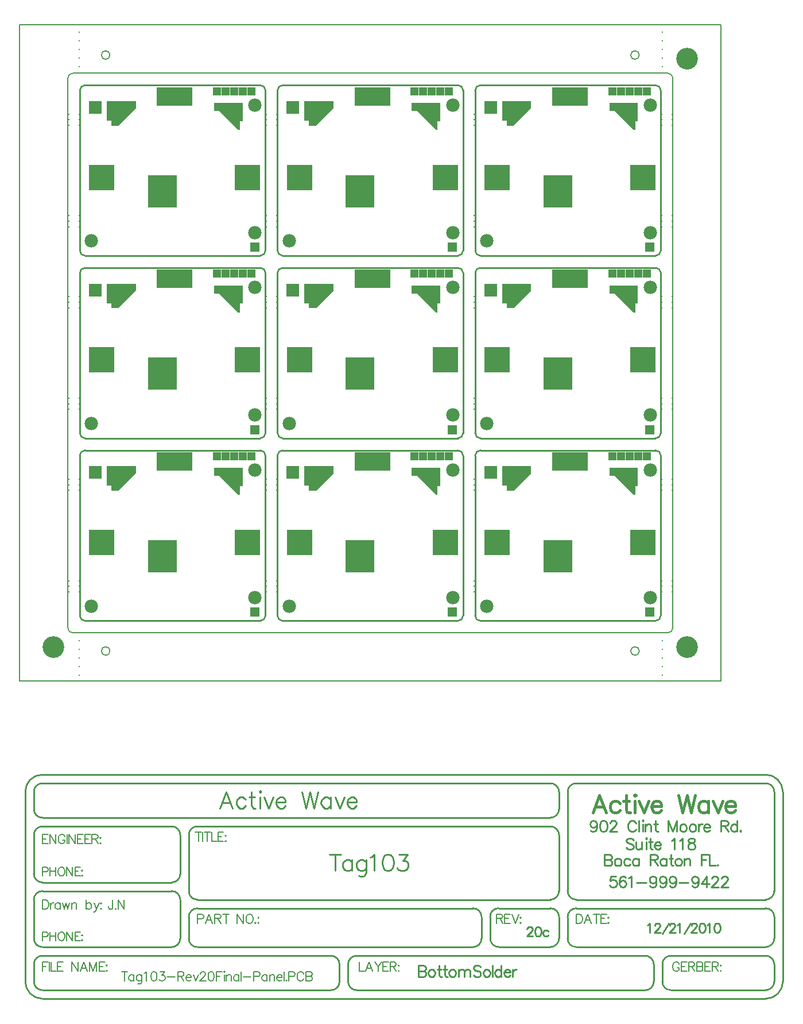
<source format=gbs>
%FSLAX24Y24*%
%MOIN*%
G70*
G01*
G75*
G04 Layer_Color=48896*
%ADD10C,0.0500*%
%ADD11C,0.0100*%
%ADD12C,0.0150*%
%ADD13R,0.0300X0.0300*%
%ADD14R,0.0740X0.0450*%
%ADD15R,0.0300X0.0300*%
%ADD16O,0.0240X0.0800*%
%ADD17R,0.0360X0.0500*%
%ADD18R,0.0360X0.0360*%
%ADD19R,0.0236X0.1000*%
%ADD20R,0.0236X0.0900*%
%ADD21R,0.0700X0.0236*%
%ADD22R,0.0900X0.0236*%
%ADD23O,0.0160X0.0600*%
%ADD24R,0.0138X0.0354*%
%ADD25R,0.0138X0.0354*%
%ADD26R,0.0236X0.0236*%
%ADD27O,0.0160X0.0600*%
%ADD28R,0.0200X0.0500*%
%ADD29R,0.0748X0.0433*%
%ADD30C,0.0120*%
%ADD31C,0.0080*%
%ADD32C,0.0250*%
%ADD33C,0.0200*%
%ADD34C,0.0120*%
%ADD35C,0.0160*%
%ADD36C,0.0140*%
%ADD37C,0.0260*%
%ADD38C,0.0060*%
%ADD39C,0.0050*%
%ADD40C,0.0090*%
%ADD41C,0.1180*%
%ADD42C,0.0700*%
%ADD43R,0.0500X0.0500*%
%ADD44R,0.0394X0.0433*%
%ADD45C,0.0650*%
%ADD46C,0.0200*%
%ADD47R,0.1398X0.1398*%
%ADD48R,0.2000X0.1000*%
%ADD49R,0.1600X0.1800*%
%ADD50C,0.0300*%
%ADD51R,0.0650X0.0650*%
%ADD52C,0.0098*%
%ADD53R,0.2730X0.0180*%
%ADD54C,0.1800*%
%ADD55R,0.0380X0.0380*%
%ADD56R,0.0820X0.0530*%
%ADD57R,0.0380X0.0380*%
%ADD58O,0.0320X0.0880*%
%ADD59R,0.0440X0.0580*%
%ADD60R,0.0440X0.0440*%
%ADD61R,0.0316X0.1080*%
%ADD62R,0.0316X0.0980*%
%ADD63R,0.0780X0.0316*%
%ADD64R,0.0980X0.0316*%
%ADD65O,0.0240X0.0680*%
%ADD66R,0.0218X0.0434*%
%ADD67R,0.0218X0.0434*%
%ADD68R,0.0316X0.0316*%
%ADD69O,0.0240X0.0680*%
%ADD70R,0.0280X0.0580*%
%ADD71R,0.0828X0.0513*%
%ADD72C,0.0580*%
%ADD73C,0.0080*%
%ADD74C,0.1260*%
%ADD75C,0.0780*%
%ADD76R,0.0580X0.0580*%
%ADD77R,0.0474X0.0513*%
%ADD78C,0.0730*%
%ADD79R,0.1478X0.1478*%
%ADD80C,0.0280*%
%ADD81R,0.2080X0.1080*%
%ADD82R,0.1680X0.1880*%
%ADD83R,0.0730X0.0730*%
G36*
X8779Y6950D02*
X8619D01*
Y6440D01*
X8539D01*
X7439Y7540D01*
X7129D01*
Y8010D01*
X8779D01*
Y6950D01*
D02*
G37*
G36*
X2579Y7700D02*
X1569Y6690D01*
X1159D01*
Y6980D01*
X889D01*
Y8110D01*
X2579D01*
Y7700D01*
D02*
G37*
G36*
X20259Y6950D02*
X20099D01*
Y6440D01*
X20019D01*
X18919Y7540D01*
X18609D01*
Y8010D01*
X20259D01*
Y6950D01*
D02*
G37*
G36*
X14059Y7700D02*
X13049Y6690D01*
X12639D01*
Y6980D01*
X12369D01*
Y8110D01*
X14059D01*
Y7700D01*
D02*
G37*
G36*
X31739Y6950D02*
X31579D01*
Y6440D01*
X31499D01*
X30399Y7540D01*
X30089D01*
Y8010D01*
X31739D01*
Y6950D01*
D02*
G37*
G36*
X25539Y7700D02*
X24529Y6690D01*
X24119D01*
Y6980D01*
X23849D01*
Y8110D01*
X25539D01*
Y7700D01*
D02*
G37*
G36*
X8779Y17540D02*
X8619D01*
Y17030D01*
X8539D01*
X7439Y18130D01*
X7129D01*
Y18600D01*
X8779D01*
Y17540D01*
D02*
G37*
G36*
X2579Y18290D02*
X1569Y17280D01*
X1159D01*
Y17570D01*
X889D01*
Y18700D01*
X2579D01*
Y18290D01*
D02*
G37*
G36*
X20259Y17540D02*
X20099D01*
Y17030D01*
X20019D01*
X18919Y18130D01*
X18609D01*
Y18600D01*
X20259D01*
Y17540D01*
D02*
G37*
G36*
X14059Y18290D02*
X13049Y17280D01*
X12639D01*
Y17570D01*
X12369D01*
Y18700D01*
X14059D01*
Y18290D01*
D02*
G37*
G36*
X31739Y17540D02*
X31579D01*
Y17030D01*
X31499D01*
X30399Y18130D01*
X30089D01*
Y18600D01*
X31739D01*
Y17540D01*
D02*
G37*
G36*
X25539Y18290D02*
X24529Y17280D01*
X24119D01*
Y17570D01*
X23849D01*
Y18700D01*
X25539D01*
Y18290D01*
D02*
G37*
G36*
X8779Y28130D02*
X8619D01*
Y27620D01*
X8539D01*
X7439Y28720D01*
X7129D01*
Y29190D01*
X8779D01*
Y28130D01*
D02*
G37*
G36*
X2579Y28880D02*
X1569Y27870D01*
X1159D01*
Y28160D01*
X889D01*
Y29290D01*
X2579D01*
Y28880D01*
D02*
G37*
G36*
X20259Y28130D02*
X20099D01*
Y27620D01*
X20019D01*
X18919Y28720D01*
X18609D01*
Y29190D01*
X20259D01*
Y28130D01*
D02*
G37*
G36*
X14059Y28880D02*
X13049Y27870D01*
X12639D01*
Y28160D01*
X12369D01*
Y29290D01*
X14059D01*
Y28880D01*
D02*
G37*
G36*
X31739Y28130D02*
X31579D01*
Y27620D01*
X31499D01*
X30399Y28720D01*
X30089D01*
Y29190D01*
X31739D01*
Y28130D01*
D02*
G37*
G36*
X25539Y28880D02*
X24529Y27870D01*
X24119D01*
Y28160D01*
X23849D01*
Y29290D01*
X25539D01*
Y28880D01*
D02*
G37*
D11*
X19000Y-20860D02*
Y-21500D01*
Y-20860D02*
X19274D01*
X19366Y-20891D01*
X19396Y-20921D01*
X19427Y-20982D01*
Y-21043D01*
X19396Y-21104D01*
X19366Y-21134D01*
X19274Y-21165D01*
X19000D02*
X19274D01*
X19366Y-21195D01*
X19396Y-21226D01*
X19427Y-21287D01*
Y-21378D01*
X19396Y-21439D01*
X19366Y-21470D01*
X19274Y-21500D01*
X19000D01*
X19722Y-21073D02*
X19661Y-21104D01*
X19600Y-21165D01*
X19570Y-21256D01*
Y-21317D01*
X19600Y-21409D01*
X19661Y-21470D01*
X19722Y-21500D01*
X19814D01*
X19874Y-21470D01*
X19935Y-21409D01*
X19966Y-21317D01*
Y-21256D01*
X19935Y-21165D01*
X19874Y-21104D01*
X19814Y-21073D01*
X19722D01*
X20197Y-20860D02*
Y-21378D01*
X20228Y-21470D01*
X20289Y-21500D01*
X20350D01*
X20106Y-21073D02*
X20319D01*
X20533Y-20860D02*
Y-21378D01*
X20563Y-21470D01*
X20624Y-21500D01*
X20685D01*
X20441Y-21073D02*
X20654D01*
X20929D02*
X20868Y-21104D01*
X20807Y-21165D01*
X20776Y-21256D01*
Y-21317D01*
X20807Y-21409D01*
X20868Y-21470D01*
X20929Y-21500D01*
X21020D01*
X21081Y-21470D01*
X21142Y-21409D01*
X21172Y-21317D01*
Y-21256D01*
X21142Y-21165D01*
X21081Y-21104D01*
X21020Y-21073D01*
X20929D01*
X21313D02*
Y-21500D01*
Y-21195D02*
X21404Y-21104D01*
X21465Y-21073D01*
X21556D01*
X21617Y-21104D01*
X21648Y-21195D01*
Y-21500D01*
Y-21195D02*
X21739Y-21104D01*
X21800Y-21073D01*
X21892D01*
X21953Y-21104D01*
X21983Y-21195D01*
Y-21500D01*
X22611Y-20952D02*
X22550Y-20891D01*
X22458Y-20860D01*
X22336D01*
X22245Y-20891D01*
X22184Y-20952D01*
Y-21012D01*
X22215Y-21073D01*
X22245Y-21104D01*
X22306Y-21134D01*
X22489Y-21195D01*
X22550Y-21226D01*
X22580Y-21256D01*
X22611Y-21317D01*
Y-21409D01*
X22550Y-21470D01*
X22458Y-21500D01*
X22336D01*
X22245Y-21470D01*
X22184Y-21409D01*
X22906Y-21073D02*
X22845Y-21104D01*
X22784Y-21165D01*
X22754Y-21256D01*
Y-21317D01*
X22784Y-21409D01*
X22845Y-21470D01*
X22906Y-21500D01*
X22998D01*
X23059Y-21470D01*
X23119Y-21409D01*
X23150Y-21317D01*
Y-21256D01*
X23119Y-21165D01*
X23059Y-21104D01*
X22998Y-21073D01*
X22906D01*
X23290Y-20860D02*
Y-21500D01*
X23790Y-20860D02*
Y-21500D01*
Y-21165D02*
X23729Y-21104D01*
X23668Y-21073D01*
X23577D01*
X23516Y-21104D01*
X23455Y-21165D01*
X23424Y-21256D01*
Y-21317D01*
X23455Y-21409D01*
X23516Y-21470D01*
X23577Y-21500D01*
X23668D01*
X23729Y-21470D01*
X23790Y-21409D01*
X23960Y-21256D02*
X24326D01*
Y-21195D01*
X24296Y-21134D01*
X24265Y-21104D01*
X24204Y-21073D01*
X24113D01*
X24052Y-21104D01*
X23991Y-21165D01*
X23960Y-21256D01*
Y-21317D01*
X23991Y-21409D01*
X24052Y-21470D01*
X24113Y-21500D01*
X24204D01*
X24265Y-21470D01*
X24326Y-21409D01*
X24463Y-21073D02*
Y-21500D01*
Y-21256D02*
X24494Y-21165D01*
X24555Y-21104D01*
X24616Y-21073D01*
X24707D01*
X-370Y9030D02*
G03*
X-670Y8730I0J-300D01*
G01*
X10110D02*
G03*
X9810Y9030I-300J0D01*
G01*
Y-860D02*
G03*
X10110Y-560I0J300D01*
G01*
X-670D02*
G03*
X-370Y-860I300J0D01*
G01*
X-670Y-560D02*
Y8730D01*
X-370Y9030D02*
X9810D01*
X10110Y-560D02*
Y8730D01*
X-370Y-860D02*
X9810D01*
X11110Y9030D02*
G03*
X10810Y8730I0J-300D01*
G01*
X21590D02*
G03*
X21290Y9030I-300J0D01*
G01*
Y-860D02*
G03*
X21590Y-560I0J300D01*
G01*
X10810D02*
G03*
X11110Y-860I300J0D01*
G01*
X10810Y-560D02*
Y8730D01*
X11110Y9030D02*
X21290D01*
X21590Y-560D02*
Y8730D01*
X11110Y-860D02*
X21290D01*
X22590Y9030D02*
G03*
X22290Y8730I0J-300D01*
G01*
X33070D02*
G03*
X32770Y9030I-300J0D01*
G01*
Y-860D02*
G03*
X33070Y-560I0J300D01*
G01*
X22290D02*
G03*
X22590Y-860I300J0D01*
G01*
X22290Y-560D02*
Y8730D01*
X22590Y9030D02*
X32770D01*
X33070Y-560D02*
Y8730D01*
X22590Y-860D02*
X32770D01*
X-370Y19620D02*
G03*
X-670Y19320I0J-300D01*
G01*
X10110D02*
G03*
X9810Y19620I-300J0D01*
G01*
Y9730D02*
G03*
X10110Y10030I0J300D01*
G01*
X-670D02*
G03*
X-370Y9730I300J0D01*
G01*
X-670Y10030D02*
Y19320D01*
X-370Y19620D02*
X9810D01*
X10110Y10030D02*
Y19320D01*
X-370Y9730D02*
X9810D01*
X11110Y19620D02*
G03*
X10810Y19320I0J-300D01*
G01*
X21590D02*
G03*
X21290Y19620I-300J0D01*
G01*
Y9730D02*
G03*
X21590Y10030I0J300D01*
G01*
X10810D02*
G03*
X11110Y9730I300J0D01*
G01*
X10810Y10030D02*
Y19320D01*
X11110Y19620D02*
X21290D01*
X21590Y10030D02*
Y19320D01*
X11110Y9730D02*
X21290D01*
X22590Y19620D02*
G03*
X22290Y19320I0J-300D01*
G01*
X33070D02*
G03*
X32770Y19620I-300J0D01*
G01*
Y9730D02*
G03*
X33070Y10030I0J300D01*
G01*
X22290D02*
G03*
X22590Y9730I300J0D01*
G01*
X22290Y10030D02*
Y19320D01*
X22590Y19620D02*
X32770D01*
X33070Y10030D02*
Y19320D01*
X22590Y9730D02*
X32770D01*
X-370Y30210D02*
G03*
X-670Y29910I0J-300D01*
G01*
X10110D02*
G03*
X9810Y30210I-300J0D01*
G01*
Y20320D02*
G03*
X10110Y20620I0J300D01*
G01*
X-670D02*
G03*
X-370Y20320I300J0D01*
G01*
X-670Y20620D02*
Y29910D01*
X-370Y30210D02*
X9810D01*
X10110Y20620D02*
Y29910D01*
X-370Y20320D02*
X9810D01*
X11110Y30210D02*
G03*
X10810Y29910I0J-300D01*
G01*
X21590D02*
G03*
X21290Y30210I-300J0D01*
G01*
Y20320D02*
G03*
X21590Y20620I0J300D01*
G01*
X10810D02*
G03*
X11110Y20320I300J0D01*
G01*
X10810Y20620D02*
Y29910D01*
X11110Y30210D02*
X21290D01*
X21590Y20620D02*
Y29910D01*
X11110Y20320D02*
X21290D01*
X22590Y30210D02*
G03*
X22290Y29910I0J-300D01*
G01*
X33070D02*
G03*
X32770Y30210I-300J0D01*
G01*
Y20320D02*
G03*
X33070Y20620I0J300D01*
G01*
X22290D02*
G03*
X22590Y20320I300J0D01*
G01*
X22290Y20620D02*
Y29910D01*
X22590Y30210D02*
X32770D01*
X33070Y20620D02*
Y29910D01*
X22590Y20320D02*
X32770D01*
X39659Y-18022D02*
G03*
X39169Y-17532I-490J0D01*
G01*
X28159D02*
G03*
X27659Y-18032I0J-500D01*
G01*
X39159Y-17032D02*
G03*
X39659Y-16532I0J500D01*
G01*
X27659D02*
G03*
X28159Y-17032I500J0D01*
G01*
X-2841Y-9782D02*
G03*
X-3841Y-10782I0J-1000D01*
G01*
Y-21772D02*
G03*
X-2848Y-22782I1010J0D01*
G01*
X39159Y-22782D02*
G03*
X40159Y-21782I0J1000D01*
G01*
Y-10782D02*
G03*
X39159Y-9782I-1000J0D01*
G01*
X39659Y-10772D02*
G03*
X39152Y-10282I-490J0D01*
G01*
X39159Y-19782D02*
G03*
X39659Y-19282I0J500D01*
G01*
X39659Y-20773D02*
G03*
X39159Y-20282I-500J-9D01*
G01*
Y-22282D02*
G03*
X39659Y-21782I0J500D01*
G01*
X26659Y-19782D02*
G03*
X27159Y-19282I0J500D01*
G01*
X27659Y-19292D02*
G03*
X28158Y-19782I490J0D01*
G01*
X27159Y-18022D02*
G03*
X26669Y-17532I-490J0D01*
G01*
X-3341Y-21782D02*
G03*
X-2850Y-22282I500J0D01*
G01*
X26668Y-17032D02*
G03*
X27159Y-16532I-9J500D01*
G01*
X-2841Y-20282D02*
G03*
X-3341Y-20782I0J-500D01*
G01*
X27159Y-13282D02*
G03*
X26659Y-12782I-500J0D01*
G01*
Y-12282D02*
G03*
X27159Y-11782I0J500D01*
G01*
X28159Y-10282D02*
G03*
X27659Y-10782I0J-500D01*
G01*
X27159D02*
G03*
X26659Y-10282I-500J0D01*
G01*
X-2841D02*
G03*
X-3341Y-10782I0J-500D01*
G01*
Y-11782D02*
G03*
X-2841Y-12282I500J0D01*
G01*
Y-12782D02*
G03*
X-3341Y-13282I0J-500D01*
G01*
Y-15532D02*
G03*
X-2841Y-16032I500J0D01*
G01*
Y-16532D02*
G03*
X-3341Y-17032I0J-500D01*
G01*
Y-19282D02*
G03*
X-2850Y-19782I500J0D01*
G01*
X6159Y-12782D02*
G03*
X5659Y-13282I0J-500D01*
G01*
X6159Y-17532D02*
G03*
X5659Y-18032I0J-500D01*
G01*
X23639Y-17532D02*
G03*
X23160Y-18037I0J-480D01*
G01*
X23159Y-19272D02*
G03*
X23660Y-19782I510J0D01*
G01*
X22169Y-19782D02*
G03*
X22659Y-19283I0J490D01*
G01*
X22659Y-18022D02*
G03*
X22169Y-17532I-490J0D01*
G01*
X4669Y-19782D02*
G03*
X5159Y-19292I0J490D01*
G01*
X5659D02*
G03*
X6149Y-19782I490J0D01*
G01*
X5659Y-16542D02*
G03*
X6149Y-17032I490J0D01*
G01*
X5159Y-17022D02*
G03*
X4652Y-16532I-490J0D01*
G01*
X4679Y-16032D02*
G03*
X5159Y-15552I0J480D01*
G01*
Y-13272D02*
G03*
X4669Y-12782I-490J0D01*
G01*
X33659Y-20282D02*
G03*
X33159Y-20782I0J-500D01*
G01*
Y-21792D02*
G03*
X33658Y-22282I490J0D01*
G01*
X32171Y-22282D02*
G03*
X32659Y-21785I8J480D01*
G01*
X32659Y-20782D02*
G03*
X32159Y-20282I-500J0D01*
G01*
X14909Y-21782D02*
G03*
X15400Y-22282I500J0D01*
G01*
X15409Y-20282D02*
G03*
X14909Y-20782I0J-500D01*
G01*
X13921Y-22282D02*
G03*
X14409Y-21785I8J480D01*
G01*
X14409Y-20782D02*
G03*
X13909Y-20282I-500J0D01*
G01*
X39659Y-19282D02*
Y-18022D01*
X27659Y-19282D02*
Y-18032D01*
X39659Y-16532D02*
Y-10782D01*
X27659Y-16532D02*
Y-10782D01*
X-3841Y-21782D02*
Y-10782D01*
X-3341Y-21782D02*
Y-20782D01*
X39659Y-21782D02*
Y-20782D01*
X27159Y-19282D02*
Y-18032D01*
X23159Y-19282D02*
Y-18032D01*
X5659Y-19282D02*
Y-18032D01*
X22659Y-19282D02*
Y-18032D01*
X5659Y-16532D02*
Y-13282D01*
X27159Y-16532D02*
Y-13282D01*
Y-11782D02*
Y-10782D01*
X-3341Y-11782D02*
Y-10782D01*
X5159Y-15532D02*
Y-13282D01*
X-3341Y-15532D02*
Y-13282D01*
X5159Y-19282D02*
Y-17032D01*
X-3341Y-19282D02*
Y-17032D01*
X40159Y-21782D02*
Y-10782D01*
X33159Y-21782D02*
Y-20782D01*
X32659Y-21782D02*
Y-20782D01*
X14909Y-21782D02*
Y-20782D01*
X14409Y-21782D02*
Y-20782D01*
X28159Y-17532D02*
X39159D01*
X28159Y-17032D02*
X39159D01*
X6159D02*
X26659D01*
X28159Y-10282D02*
X39159D01*
X28159Y-19782D02*
X39159D01*
X23659Y-17532D02*
X26659D01*
X23659Y-19782D02*
X26659D01*
X6159D02*
X22159D01*
X6159Y-17532D02*
X22159D01*
X6159Y-12782D02*
X26659D01*
X-2841Y-12282D02*
X26659D01*
X-2841Y-12782D02*
X4659D01*
X-2841Y-16032D02*
X4659D01*
X-2841Y-16532D02*
X4659D01*
X-2841Y-19782D02*
X4659D01*
X-2841Y-9782D02*
X39159D01*
X-2841Y-22782D02*
X39159D01*
X-2841Y-10282D02*
X26659D01*
X33659Y-20282D02*
X39159D01*
X33659Y-22282D02*
X39159D01*
X15409Y-20282D02*
X32159D01*
X-2841D02*
X13909D01*
X-2841Y-22282D02*
X13909D01*
X15409D02*
X32159D01*
X31487Y-13572D02*
X31426Y-13511D01*
X31334Y-13480D01*
X31212D01*
X31121Y-13511D01*
X31060Y-13572D01*
Y-13632D01*
X31090Y-13693D01*
X31121Y-13724D01*
X31182Y-13754D01*
X31365Y-13815D01*
X31426Y-13846D01*
X31456Y-13876D01*
X31487Y-13937D01*
Y-14029D01*
X31426Y-14090D01*
X31334Y-14120D01*
X31212D01*
X31121Y-14090D01*
X31060Y-14029D01*
X31630Y-13693D02*
Y-13998D01*
X31660Y-14090D01*
X31721Y-14120D01*
X31813D01*
X31874Y-14090D01*
X31965Y-13998D01*
Y-13693D02*
Y-14120D01*
X32193Y-13480D02*
X32224Y-13511D01*
X32254Y-13480D01*
X32224Y-13450D01*
X32193Y-13480D01*
X32224Y-13693D02*
Y-14120D01*
X32459Y-13480D02*
Y-13998D01*
X32489Y-14090D01*
X32550Y-14120D01*
X32611D01*
X32367Y-13693D02*
X32580D01*
X32702Y-13876D02*
X33068D01*
Y-13815D01*
X33037Y-13754D01*
X33007Y-13724D01*
X32946Y-13693D01*
X32855D01*
X32794Y-13724D01*
X32733Y-13785D01*
X32702Y-13876D01*
Y-13937D01*
X32733Y-14029D01*
X32794Y-14090D01*
X32855Y-14120D01*
X32946D01*
X33007Y-14090D01*
X33068Y-14029D01*
X33708Y-13602D02*
X33769Y-13572D01*
X33860Y-13480D01*
Y-14120D01*
X34177Y-13602D02*
X34238Y-13572D01*
X34329Y-13480D01*
Y-14120D01*
X34799Y-13480D02*
X34707Y-13511D01*
X34677Y-13572D01*
Y-13632D01*
X34707Y-13693D01*
X34768Y-13724D01*
X34890Y-13754D01*
X34981Y-13785D01*
X35042Y-13846D01*
X35073Y-13907D01*
Y-13998D01*
X35042Y-14059D01*
X35012Y-14090D01*
X34920Y-14120D01*
X34799D01*
X34707Y-14090D01*
X34677Y-14059D01*
X34646Y-13998D01*
Y-13907D01*
X34677Y-13846D01*
X34738Y-13785D01*
X34829Y-13754D01*
X34951Y-13724D01*
X35012Y-13693D01*
X35042Y-13632D01*
Y-13572D01*
X35012Y-13511D01*
X34920Y-13480D01*
X34799D01*
X30466Y-15670D02*
X30161D01*
X30130Y-15944D01*
X30161Y-15914D01*
X30252Y-15883D01*
X30344D01*
X30435Y-15914D01*
X30496Y-15975D01*
X30527Y-16066D01*
Y-16127D01*
X30496Y-16219D01*
X30435Y-16280D01*
X30344Y-16310D01*
X30252D01*
X30161Y-16280D01*
X30130Y-16249D01*
X30100Y-16188D01*
X31035Y-15762D02*
X31005Y-15701D01*
X30914Y-15670D01*
X30853D01*
X30761Y-15701D01*
X30700Y-15792D01*
X30670Y-15944D01*
Y-16097D01*
X30700Y-16219D01*
X30761Y-16280D01*
X30853Y-16310D01*
X30883D01*
X30974Y-16280D01*
X31035Y-16219D01*
X31066Y-16127D01*
Y-16097D01*
X31035Y-16005D01*
X30974Y-15944D01*
X30883Y-15914D01*
X30853D01*
X30761Y-15944D01*
X30700Y-16005D01*
X30670Y-16097D01*
X31206Y-15792D02*
X31267Y-15762D01*
X31358Y-15670D01*
Y-16310D01*
X31675Y-16036D02*
X32224D01*
X32809Y-15883D02*
X32778Y-15975D01*
X32717Y-16036D01*
X32626Y-16066D01*
X32595D01*
X32504Y-16036D01*
X32443Y-15975D01*
X32413Y-15883D01*
Y-15853D01*
X32443Y-15762D01*
X32504Y-15701D01*
X32595Y-15670D01*
X32626D01*
X32717Y-15701D01*
X32778Y-15762D01*
X32809Y-15883D01*
Y-16036D01*
X32778Y-16188D01*
X32717Y-16280D01*
X32626Y-16310D01*
X32565D01*
X32474Y-16280D01*
X32443Y-16219D01*
X33379Y-15883D02*
X33348Y-15975D01*
X33287Y-16036D01*
X33196Y-16066D01*
X33165D01*
X33074Y-16036D01*
X33013Y-15975D01*
X32982Y-15883D01*
Y-15853D01*
X33013Y-15762D01*
X33074Y-15701D01*
X33165Y-15670D01*
X33196D01*
X33287Y-15701D01*
X33348Y-15762D01*
X33379Y-15883D01*
Y-16036D01*
X33348Y-16188D01*
X33287Y-16280D01*
X33196Y-16310D01*
X33135D01*
X33043Y-16280D01*
X33013Y-16219D01*
X33948Y-15883D02*
X33918Y-15975D01*
X33857Y-16036D01*
X33765Y-16066D01*
X33735D01*
X33644Y-16036D01*
X33583Y-15975D01*
X33552Y-15883D01*
Y-15853D01*
X33583Y-15762D01*
X33644Y-15701D01*
X33735Y-15670D01*
X33765D01*
X33857Y-15701D01*
X33918Y-15762D01*
X33948Y-15883D01*
Y-16036D01*
X33918Y-16188D01*
X33857Y-16280D01*
X33765Y-16310D01*
X33705D01*
X33613Y-16280D01*
X33583Y-16219D01*
X34122Y-16036D02*
X34670D01*
X35255Y-15883D02*
X35225Y-15975D01*
X35164Y-16036D01*
X35073Y-16066D01*
X35042D01*
X34951Y-16036D01*
X34890Y-15975D01*
X34859Y-15883D01*
Y-15853D01*
X34890Y-15762D01*
X34951Y-15701D01*
X35042Y-15670D01*
X35073D01*
X35164Y-15701D01*
X35225Y-15762D01*
X35255Y-15883D01*
Y-16036D01*
X35225Y-16188D01*
X35164Y-16280D01*
X35073Y-16310D01*
X35012D01*
X34920Y-16280D01*
X34890Y-16219D01*
X35734Y-15670D02*
X35429Y-16097D01*
X35886D01*
X35734Y-15670D02*
Y-16310D01*
X36029Y-15822D02*
Y-15792D01*
X36060Y-15731D01*
X36090Y-15701D01*
X36151Y-15670D01*
X36273D01*
X36334Y-15701D01*
X36365Y-15731D01*
X36395Y-15792D01*
Y-15853D01*
X36365Y-15914D01*
X36304Y-16005D01*
X35999Y-16310D01*
X36425D01*
X36599Y-15822D02*
Y-15792D01*
X36630Y-15731D01*
X36660Y-15701D01*
X36721Y-15670D01*
X36843D01*
X36904Y-15701D01*
X36934Y-15731D01*
X36965Y-15792D01*
Y-15853D01*
X36934Y-15914D01*
X36873Y-16005D01*
X36569Y-16310D01*
X36995D01*
X29346Y-12663D02*
X29316Y-12755D01*
X29255Y-12816D01*
X29163Y-12846D01*
X29133D01*
X29041Y-12816D01*
X28980Y-12755D01*
X28950Y-12663D01*
Y-12633D01*
X28980Y-12542D01*
X29041Y-12481D01*
X29133Y-12450D01*
X29163D01*
X29255Y-12481D01*
X29316Y-12542D01*
X29346Y-12663D01*
Y-12816D01*
X29316Y-12968D01*
X29255Y-13060D01*
X29163Y-13090D01*
X29102D01*
X29011Y-13060D01*
X28980Y-12999D01*
X29703Y-12450D02*
X29611Y-12481D01*
X29550Y-12572D01*
X29520Y-12724D01*
Y-12816D01*
X29550Y-12968D01*
X29611Y-13060D01*
X29703Y-13090D01*
X29764D01*
X29855Y-13060D01*
X29916Y-12968D01*
X29946Y-12816D01*
Y-12724D01*
X29916Y-12572D01*
X29855Y-12481D01*
X29764Y-12450D01*
X29703D01*
X30120Y-12602D02*
Y-12572D01*
X30150Y-12511D01*
X30181Y-12481D01*
X30242Y-12450D01*
X30364D01*
X30425Y-12481D01*
X30455Y-12511D01*
X30486Y-12572D01*
Y-12633D01*
X30455Y-12694D01*
X30394Y-12785D01*
X30090Y-13090D01*
X30516D01*
X31619Y-12602D02*
X31589Y-12542D01*
X31528Y-12481D01*
X31467Y-12450D01*
X31345D01*
X31284Y-12481D01*
X31223Y-12542D01*
X31193Y-12602D01*
X31162Y-12694D01*
Y-12846D01*
X31193Y-12938D01*
X31223Y-12999D01*
X31284Y-13060D01*
X31345Y-13090D01*
X31467D01*
X31528Y-13060D01*
X31589Y-12999D01*
X31619Y-12938D01*
X31799Y-12450D02*
Y-13090D01*
X31994Y-12450D02*
X32024Y-12481D01*
X32055Y-12450D01*
X32024Y-12420D01*
X31994Y-12450D01*
X32024Y-12663D02*
Y-13090D01*
X32168Y-12663D02*
Y-13090D01*
Y-12785D02*
X32259Y-12694D01*
X32320Y-12663D01*
X32411D01*
X32472Y-12694D01*
X32503Y-12785D01*
Y-13090D01*
X32762Y-12450D02*
Y-12968D01*
X32792Y-13060D01*
X32853Y-13090D01*
X32914D01*
X32670Y-12663D02*
X32884D01*
X33508Y-12450D02*
Y-13090D01*
Y-12450D02*
X33752Y-13090D01*
X33996Y-12450D02*
X33752Y-13090D01*
X33996Y-12450D02*
Y-13090D01*
X34331Y-12663D02*
X34270Y-12694D01*
X34209Y-12755D01*
X34179Y-12846D01*
Y-12907D01*
X34209Y-12999D01*
X34270Y-13060D01*
X34331Y-13090D01*
X34422D01*
X34483Y-13060D01*
X34544Y-12999D01*
X34575Y-12907D01*
Y-12846D01*
X34544Y-12755D01*
X34483Y-12694D01*
X34422Y-12663D01*
X34331D01*
X34867D02*
X34806Y-12694D01*
X34745Y-12755D01*
X34715Y-12846D01*
Y-12907D01*
X34745Y-12999D01*
X34806Y-13060D01*
X34867Y-13090D01*
X34959D01*
X35020Y-13060D01*
X35080Y-12999D01*
X35111Y-12907D01*
Y-12846D01*
X35080Y-12755D01*
X35020Y-12694D01*
X34959Y-12663D01*
X34867D01*
X35251D02*
Y-13090D01*
Y-12846D02*
X35282Y-12755D01*
X35343Y-12694D01*
X35403Y-12663D01*
X35495D01*
X35553Y-12846D02*
X35918D01*
Y-12785D01*
X35888Y-12724D01*
X35857Y-12694D01*
X35797Y-12663D01*
X35705D01*
X35644Y-12694D01*
X35583Y-12755D01*
X35553Y-12846D01*
Y-12907D01*
X35583Y-12999D01*
X35644Y-13060D01*
X35705Y-13090D01*
X35797D01*
X35857Y-13060D01*
X35918Y-12999D01*
X36558Y-12450D02*
Y-13090D01*
Y-12450D02*
X36832D01*
X36924Y-12481D01*
X36954Y-12511D01*
X36985Y-12572D01*
Y-12633D01*
X36954Y-12694D01*
X36924Y-12724D01*
X36832Y-12755D01*
X36558D01*
X36772D02*
X36985Y-13090D01*
X37494Y-12450D02*
Y-13090D01*
Y-12755D02*
X37433Y-12694D01*
X37372Y-12663D01*
X37280D01*
X37219Y-12694D01*
X37159Y-12755D01*
X37128Y-12846D01*
Y-12907D01*
X37159Y-12999D01*
X37219Y-13060D01*
X37280Y-13090D01*
X37372D01*
X37433Y-13060D01*
X37494Y-12999D01*
X37695Y-13029D02*
X37664Y-13060D01*
X37695Y-13090D01*
X37725Y-13060D01*
X37695Y-13029D01*
X29810Y-14420D02*
Y-15060D01*
Y-14420D02*
X30084D01*
X30176Y-14451D01*
X30206Y-14481D01*
X30237Y-14542D01*
Y-14603D01*
X30206Y-14664D01*
X30176Y-14694D01*
X30084Y-14725D01*
X29810D02*
X30084D01*
X30176Y-14755D01*
X30206Y-14786D01*
X30237Y-14847D01*
Y-14938D01*
X30206Y-14999D01*
X30176Y-15030D01*
X30084Y-15060D01*
X29810D01*
X30532Y-14633D02*
X30471Y-14664D01*
X30410Y-14725D01*
X30380Y-14816D01*
Y-14877D01*
X30410Y-14969D01*
X30471Y-15030D01*
X30532Y-15060D01*
X30624D01*
X30684Y-15030D01*
X30745Y-14969D01*
X30776Y-14877D01*
Y-14816D01*
X30745Y-14725D01*
X30684Y-14664D01*
X30624Y-14633D01*
X30532D01*
X31282Y-14725D02*
X31221Y-14664D01*
X31160Y-14633D01*
X31068D01*
X31007Y-14664D01*
X30947Y-14725D01*
X30916Y-14816D01*
Y-14877D01*
X30947Y-14969D01*
X31007Y-15030D01*
X31068Y-15060D01*
X31160D01*
X31221Y-15030D01*
X31282Y-14969D01*
X31784Y-14633D02*
Y-15060D01*
Y-14725D02*
X31723Y-14664D01*
X31663Y-14633D01*
X31571D01*
X31510Y-14664D01*
X31449Y-14725D01*
X31419Y-14816D01*
Y-14877D01*
X31449Y-14969D01*
X31510Y-15030D01*
X31571Y-15060D01*
X31663D01*
X31723Y-15030D01*
X31784Y-14969D01*
X32458Y-14420D02*
Y-15060D01*
Y-14420D02*
X32732D01*
X32823Y-14451D01*
X32854Y-14481D01*
X32884Y-14542D01*
Y-14603D01*
X32854Y-14664D01*
X32823Y-14694D01*
X32732Y-14725D01*
X32458D01*
X32671D02*
X32884Y-15060D01*
X33393Y-14633D02*
Y-15060D01*
Y-14725D02*
X33332Y-14664D01*
X33271Y-14633D01*
X33180D01*
X33119Y-14664D01*
X33058Y-14725D01*
X33028Y-14816D01*
Y-14877D01*
X33058Y-14969D01*
X33119Y-15030D01*
X33180Y-15060D01*
X33271D01*
X33332Y-15030D01*
X33393Y-14969D01*
X33655Y-14420D02*
Y-14938D01*
X33686Y-15030D01*
X33747Y-15060D01*
X33808D01*
X33564Y-14633D02*
X33777D01*
X34051D02*
X33990Y-14664D01*
X33930Y-14725D01*
X33899Y-14816D01*
Y-14877D01*
X33930Y-14969D01*
X33990Y-15030D01*
X34051Y-15060D01*
X34143D01*
X34204Y-15030D01*
X34265Y-14969D01*
X34295Y-14877D01*
Y-14816D01*
X34265Y-14725D01*
X34204Y-14664D01*
X34143Y-14633D01*
X34051D01*
X34435D02*
Y-15060D01*
Y-14755D02*
X34527Y-14664D01*
X34588Y-14633D01*
X34679D01*
X34740Y-14664D01*
X34770Y-14755D01*
Y-15060D01*
X35441Y-14420D02*
Y-15060D01*
Y-14420D02*
X35837D01*
X35441Y-14725D02*
X35685D01*
X35910Y-14420D02*
Y-15060D01*
X36276D01*
X36376Y-14999D02*
X36346Y-15030D01*
X36376Y-15060D01*
X36407Y-15030D01*
X36376Y-14999D01*
D12*
X29892Y-11980D02*
X29511Y-10980D01*
X29130Y-11980D01*
X29273Y-11647D02*
X29749D01*
X30696Y-11456D02*
X30601Y-11361D01*
X30506Y-11313D01*
X30363D01*
X30268Y-11361D01*
X30173Y-11456D01*
X30125Y-11599D01*
Y-11694D01*
X30173Y-11837D01*
X30268Y-11932D01*
X30363Y-11980D01*
X30506D01*
X30601Y-11932D01*
X30696Y-11837D01*
X31053Y-10980D02*
Y-11790D01*
X31101Y-11932D01*
X31196Y-11980D01*
X31291D01*
X30911Y-11313D02*
X31244D01*
X31529Y-10980D02*
X31577Y-11028D01*
X31625Y-10980D01*
X31577Y-10933D01*
X31529Y-10980D01*
X31577Y-11313D02*
Y-11980D01*
X31801Y-11313D02*
X32087Y-11980D01*
X32372Y-11313D02*
X32087Y-11980D01*
X32534Y-11599D02*
X33105D01*
Y-11504D01*
X33058Y-11409D01*
X33010Y-11361D01*
X32915Y-11313D01*
X32772D01*
X32677Y-11361D01*
X32582Y-11456D01*
X32534Y-11599D01*
Y-11694D01*
X32582Y-11837D01*
X32677Y-11932D01*
X32772Y-11980D01*
X32915D01*
X33010Y-11932D01*
X33105Y-11837D01*
X34105Y-10980D02*
X34343Y-11980D01*
X34581Y-10980D02*
X34343Y-11980D01*
X34581Y-10980D02*
X34819Y-11980D01*
X35057Y-10980D02*
X34819Y-11980D01*
X35829Y-11313D02*
Y-11980D01*
Y-11456D02*
X35733Y-11361D01*
X35638Y-11313D01*
X35495D01*
X35400Y-11361D01*
X35305Y-11456D01*
X35257Y-11599D01*
Y-11694D01*
X35305Y-11837D01*
X35400Y-11932D01*
X35495Y-11980D01*
X35638D01*
X35733Y-11932D01*
X35829Y-11837D01*
X36095Y-11313D02*
X36381Y-11980D01*
X36666Y-11313D02*
X36381Y-11980D01*
X36828Y-11599D02*
X37400D01*
Y-11504D01*
X37352Y-11409D01*
X37304Y-11361D01*
X37209Y-11313D01*
X37066D01*
X36971Y-11361D01*
X36876Y-11456D01*
X36828Y-11599D01*
Y-11694D01*
X36876Y-11837D01*
X36971Y-11932D01*
X37066Y-11980D01*
X37209D01*
X37304Y-11932D01*
X37400Y-11837D01*
D31*
X1243Y-17059D02*
Y-17465D01*
X1217Y-17542D01*
X1192Y-17567D01*
X1141Y-17592D01*
X1090D01*
X1040Y-17567D01*
X1014Y-17542D01*
X989Y-17465D01*
Y-17415D01*
X1405Y-17542D02*
X1380Y-17567D01*
X1405Y-17592D01*
X1431Y-17567D01*
X1405Y-17542D01*
X1547Y-17059D02*
Y-17592D01*
Y-17059D02*
X1903Y-17592D01*
Y-17059D02*
Y-17592D01*
D39*
X-1610Y-2390D02*
G03*
X-1610Y-2390I-590J0D01*
G01*
X35190D02*
G03*
X35190Y-2390I-590J0D01*
G01*
Y31740D02*
G03*
X35190Y31740I-590J0D01*
G01*
X1080Y31960D02*
G03*
X1080Y31960I-250J0D01*
G01*
X31820D02*
G03*
X31820Y31960I-250J0D01*
G01*
X1080Y-2610D02*
G03*
X1080Y-2610I-250J0D01*
G01*
X31820D02*
G03*
X31820Y-2610I-250J0D01*
G01*
X97Y0D02*
G03*
X97Y0I-97J0D01*
G01*
X-1070Y30910D02*
G03*
X-1370Y30610I0J-300D01*
G01*
X-370Y30210D02*
G03*
X-670Y29910I0J-300D01*
G01*
X10110D02*
G03*
X9810Y30210I-300J0D01*
G01*
X11110D02*
G03*
X10810Y29910I0J-300D01*
G01*
X9810Y20320D02*
G03*
X10110Y20620I0J300D01*
G01*
X10810D02*
G03*
X11110Y20320I300J0D01*
G01*
Y19620D02*
G03*
X10810Y19320I0J-300D01*
G01*
X10110D02*
G03*
X9810Y19620I-300J0D01*
G01*
X22290Y20620D02*
G03*
X22590Y20320I300J0D01*
G01*
X21290D02*
G03*
X21590Y20620I0J300D01*
G01*
Y19320D02*
G03*
X21290Y19620I-300J0D01*
G01*
X22590D02*
G03*
X22290Y19320I0J-300D01*
G01*
X32770Y20320D02*
G03*
X33070Y20620I0J300D01*
G01*
Y19320D02*
G03*
X32770Y19620I-300J0D01*
G01*
X33770Y30610D02*
G03*
X33470Y30910I-300J0D01*
G01*
X33070Y29910D02*
G03*
X32770Y30210I-300J0D01*
G01*
X21590Y29910D02*
G03*
X21290Y30210I-300J0D01*
G01*
X22590D02*
G03*
X22290Y29910I0J-300D01*
G01*
X-670Y20620D02*
G03*
X-370Y20320I300J0D01*
G01*
Y19620D02*
G03*
X-670Y19320I0J-300D01*
G01*
Y10030D02*
G03*
X-370Y9730I300J0D01*
G01*
Y9030D02*
G03*
X-670Y8730I0J-300D01*
G01*
Y-560D02*
G03*
X-370Y-860I300J0D01*
G01*
X-1370Y-1260D02*
G03*
X-1070Y-1560I300J0D01*
G01*
X9810Y-860D02*
G03*
X10110Y-560I0J300D01*
G01*
X10810D02*
G03*
X11110Y-860I300J0D01*
G01*
X21290D02*
G03*
X21590Y-560I0J300D01*
G01*
X22290D02*
G03*
X22590Y-860I300J0D01*
G01*
X32770D02*
G03*
X33070Y-560I0J300D01*
G01*
X33470Y-1560D02*
G03*
X33770Y-1260I0J300D01*
G01*
X32770Y9730D02*
G03*
X33070Y10030I0J300D01*
G01*
Y8730D02*
G03*
X32770Y9030I-300J0D01*
G01*
X21290Y9730D02*
G03*
X21590Y10030I0J300D01*
G01*
X22290D02*
G03*
X22590Y9730I300J0D01*
G01*
Y9030D02*
G03*
X22290Y8730I0J-300D01*
G01*
X21590D02*
G03*
X21290Y9030I-300J0D01*
G01*
X10810Y10030D02*
G03*
X11110Y9730I300J0D01*
G01*
X9810D02*
G03*
X10110Y10030I0J300D01*
G01*
Y8730D02*
G03*
X9810Y9030I-300J0D01*
G01*
X11110D02*
G03*
X10810Y8730I0J-300D01*
G01*
X-4170Y-4360D02*
X36570D01*
Y33710D01*
X-4170D02*
X36570D01*
X-4170Y-4360D02*
Y33710D01*
X-670Y20620D02*
Y29910D01*
X-370Y-860D02*
X9810D01*
X22590Y30210D02*
X32770D01*
X33070Y-560D02*
Y8730D01*
X-1070Y30910D02*
X33470D01*
X-1070Y-1560D02*
X33470D01*
X-1370Y-1260D02*
Y30610D01*
X33770Y-1260D02*
Y30610D01*
X-370Y30210D02*
X9810D01*
X11110Y20320D02*
X21290D01*
X-370D02*
X9810D01*
X-670Y10030D02*
Y19320D01*
X-370Y19620D02*
X9810D01*
X10110Y20620D02*
Y29910D01*
X10810Y20620D02*
Y29910D01*
X21590Y20620D02*
Y29910D01*
X22290Y20620D02*
Y29910D01*
X11110Y30210D02*
X21290D01*
X10810Y10030D02*
Y19320D01*
X11110Y19620D02*
X21290D01*
X10110Y10030D02*
Y19320D01*
X21590Y10030D02*
Y19320D01*
X22590Y20320D02*
X32770D01*
X22590Y19620D02*
X32770D01*
X22290Y10030D02*
Y19320D01*
X33070Y20620D02*
Y29910D01*
Y10030D02*
Y19320D01*
X22290Y-560D02*
Y8730D01*
X22590Y9730D02*
X32770D01*
X21590Y-560D02*
Y8730D01*
X22590Y9030D02*
X32770D01*
X11110Y9730D02*
X21290D01*
X10110Y-560D02*
Y8730D01*
X11110Y9030D02*
X21290D01*
X10810Y-560D02*
Y8730D01*
X11110Y-860D02*
X21290D01*
X22590D02*
X32770D01*
X-370Y9730D02*
X9810D01*
X-670Y-560D02*
Y8730D01*
X-370Y9030D02*
X9810D01*
X1928Y-21217D02*
Y-21750D01*
X1750Y-21217D02*
X2105D01*
X2474Y-21395D02*
Y-21750D01*
Y-21471D02*
X2423Y-21420D01*
X2372Y-21395D01*
X2296D01*
X2245Y-21420D01*
X2194Y-21471D01*
X2169Y-21547D01*
Y-21598D01*
X2194Y-21674D01*
X2245Y-21725D01*
X2296Y-21750D01*
X2372D01*
X2423Y-21725D01*
X2474Y-21674D01*
X2921Y-21395D02*
Y-21801D01*
X2895Y-21877D01*
X2870Y-21902D01*
X2819Y-21928D01*
X2743D01*
X2692Y-21902D01*
X2921Y-21471D02*
X2870Y-21420D01*
X2819Y-21395D01*
X2743D01*
X2692Y-21420D01*
X2641Y-21471D01*
X2616Y-21547D01*
Y-21598D01*
X2641Y-21674D01*
X2692Y-21725D01*
X2743Y-21750D01*
X2819D01*
X2870Y-21725D01*
X2921Y-21674D01*
X3063Y-21318D02*
X3114Y-21293D01*
X3190Y-21217D01*
Y-21750D01*
X3606Y-21217D02*
X3530Y-21242D01*
X3479Y-21318D01*
X3454Y-21445D01*
Y-21521D01*
X3479Y-21648D01*
X3530Y-21725D01*
X3606Y-21750D01*
X3657D01*
X3733Y-21725D01*
X3784Y-21648D01*
X3809Y-21521D01*
Y-21445D01*
X3784Y-21318D01*
X3733Y-21242D01*
X3657Y-21217D01*
X3606D01*
X3979D02*
X4259D01*
X4106Y-21420D01*
X4183D01*
X4233Y-21445D01*
X4259Y-21471D01*
X4284Y-21547D01*
Y-21598D01*
X4259Y-21674D01*
X4208Y-21725D01*
X4132Y-21750D01*
X4056D01*
X3979Y-21725D01*
X3954Y-21699D01*
X3929Y-21648D01*
X4403Y-21521D02*
X4860D01*
X5018Y-21217D02*
Y-21750D01*
Y-21217D02*
X5246D01*
X5323Y-21242D01*
X5348Y-21268D01*
X5373Y-21318D01*
Y-21369D01*
X5348Y-21420D01*
X5323Y-21445D01*
X5246Y-21471D01*
X5018D01*
X5196D02*
X5373Y-21750D01*
X5493Y-21547D02*
X5797D01*
Y-21496D01*
X5772Y-21445D01*
X5747Y-21420D01*
X5696Y-21395D01*
X5620D01*
X5569Y-21420D01*
X5518Y-21471D01*
X5493Y-21547D01*
Y-21598D01*
X5518Y-21674D01*
X5569Y-21725D01*
X5620Y-21750D01*
X5696D01*
X5747Y-21725D01*
X5797Y-21674D01*
X5912Y-21395D02*
X6064Y-21750D01*
X6216Y-21395D02*
X6064Y-21750D01*
X6328Y-21344D02*
Y-21318D01*
X6353Y-21268D01*
X6379Y-21242D01*
X6430Y-21217D01*
X6531D01*
X6582Y-21242D01*
X6607Y-21268D01*
X6633Y-21318D01*
Y-21369D01*
X6607Y-21420D01*
X6557Y-21496D01*
X6303Y-21750D01*
X6658D01*
X6930Y-21217D02*
X6854Y-21242D01*
X6803Y-21318D01*
X6778Y-21445D01*
Y-21521D01*
X6803Y-21648D01*
X6854Y-21725D01*
X6930Y-21750D01*
X6981D01*
X7057Y-21725D01*
X7108Y-21648D01*
X7133Y-21521D01*
Y-21445D01*
X7108Y-21318D01*
X7057Y-21242D01*
X6981Y-21217D01*
X6930D01*
X7252D02*
Y-21750D01*
Y-21217D02*
X7582D01*
X7252Y-21471D02*
X7455D01*
X7694Y-21217D02*
X7720Y-21242D01*
X7745Y-21217D01*
X7720Y-21191D01*
X7694Y-21217D01*
X7720Y-21395D02*
Y-21750D01*
X7839Y-21395D02*
Y-21750D01*
Y-21496D02*
X7915Y-21420D01*
X7966Y-21395D01*
X8042D01*
X8093Y-21420D01*
X8118Y-21496D01*
Y-21750D01*
X8563Y-21395D02*
Y-21750D01*
Y-21471D02*
X8512Y-21420D01*
X8461Y-21395D01*
X8385D01*
X8334Y-21420D01*
X8283Y-21471D01*
X8258Y-21547D01*
Y-21598D01*
X8283Y-21674D01*
X8334Y-21725D01*
X8385Y-21750D01*
X8461D01*
X8512Y-21725D01*
X8563Y-21674D01*
X8705Y-21217D02*
Y-21750D01*
X8816Y-21521D02*
X9274D01*
X9431Y-21496D02*
X9659D01*
X9736Y-21471D01*
X9761Y-21445D01*
X9786Y-21395D01*
Y-21318D01*
X9761Y-21268D01*
X9736Y-21242D01*
X9659Y-21217D01*
X9431D01*
Y-21750D01*
X10210Y-21395D02*
Y-21750D01*
Y-21471D02*
X10160Y-21420D01*
X10109Y-21395D01*
X10033D01*
X9982Y-21420D01*
X9931Y-21471D01*
X9906Y-21547D01*
Y-21598D01*
X9931Y-21674D01*
X9982Y-21725D01*
X10033Y-21750D01*
X10109D01*
X10160Y-21725D01*
X10210Y-21674D01*
X10353Y-21395D02*
Y-21750D01*
Y-21496D02*
X10429Y-21420D01*
X10480Y-21395D01*
X10556D01*
X10607Y-21420D01*
X10632Y-21496D01*
Y-21750D01*
X10772Y-21547D02*
X11076D01*
Y-21496D01*
X11051Y-21445D01*
X11026Y-21420D01*
X10975Y-21395D01*
X10899D01*
X10848Y-21420D01*
X10797Y-21471D01*
X10772Y-21547D01*
Y-21598D01*
X10797Y-21674D01*
X10848Y-21725D01*
X10899Y-21750D01*
X10975D01*
X11026Y-21725D01*
X11076Y-21674D01*
X11191Y-21217D02*
Y-21750D01*
X11328Y-21699D02*
X11302Y-21725D01*
X11328Y-21750D01*
X11353Y-21725D01*
X11328Y-21699D01*
X11470Y-21496D02*
X11698D01*
X11775Y-21471D01*
X11800Y-21445D01*
X11825Y-21395D01*
Y-21318D01*
X11800Y-21268D01*
X11775Y-21242D01*
X11698Y-21217D01*
X11470D01*
Y-21750D01*
X12326Y-21344D02*
X12300Y-21293D01*
X12249Y-21242D01*
X12199Y-21217D01*
X12097D01*
X12046Y-21242D01*
X11995Y-21293D01*
X11970Y-21344D01*
X11945Y-21420D01*
Y-21547D01*
X11970Y-21623D01*
X11995Y-21674D01*
X12046Y-21725D01*
X12097Y-21750D01*
X12199D01*
X12249Y-21725D01*
X12300Y-21674D01*
X12326Y-21623D01*
X12475Y-21217D02*
Y-21750D01*
Y-21217D02*
X12704D01*
X12780Y-21242D01*
X12805Y-21268D01*
X12831Y-21318D01*
Y-21369D01*
X12805Y-21420D01*
X12780Y-21445D01*
X12704Y-21471D01*
X12475D02*
X12704D01*
X12780Y-21496D01*
X12805Y-21521D01*
X12831Y-21572D01*
Y-21648D01*
X12805Y-21699D01*
X12780Y-21725D01*
X12704Y-21750D01*
X12475D01*
X28159Y-17874D02*
Y-18407D01*
Y-17874D02*
X28337D01*
X28413Y-17899D01*
X28464Y-17950D01*
X28489Y-18001D01*
X28515Y-18077D01*
Y-18204D01*
X28489Y-18280D01*
X28464Y-18331D01*
X28413Y-18381D01*
X28337Y-18407D01*
X28159D01*
X29040D02*
X28837Y-17874D01*
X28634Y-18407D01*
X28710Y-18229D02*
X28964D01*
X29342Y-17874D02*
Y-18407D01*
X29165Y-17874D02*
X29520D01*
X29914D02*
X29584D01*
Y-18407D01*
X29914D01*
X29584Y-18127D02*
X29787D01*
X30028Y-18051D02*
X30003Y-18077D01*
X30028Y-18102D01*
X30053Y-18077D01*
X30028Y-18051D01*
Y-18356D02*
X30003Y-18381D01*
X30028Y-18407D01*
X30053Y-18381D01*
X30028Y-18356D01*
X23534Y-17874D02*
Y-18407D01*
Y-17874D02*
X23763D01*
X23839Y-17899D01*
X23864Y-17924D01*
X23890Y-17975D01*
Y-18026D01*
X23864Y-18077D01*
X23839Y-18102D01*
X23763Y-18127D01*
X23534D01*
X23712D02*
X23890Y-18407D01*
X24339Y-17874D02*
X24009D01*
Y-18407D01*
X24339D01*
X24009Y-18127D02*
X24212D01*
X24428Y-17874D02*
X24631Y-18407D01*
X24834Y-17874D02*
X24631Y-18407D01*
X24928Y-18051D02*
X24903Y-18077D01*
X24928Y-18102D01*
X24954Y-18077D01*
X24928Y-18051D01*
Y-18356D02*
X24903Y-18381D01*
X24928Y-18407D01*
X24954Y-18381D01*
X24928Y-18356D01*
X-2841Y-15419D02*
X-2627D01*
X-2555Y-15395D01*
X-2531Y-15371D01*
X-2508Y-15324D01*
Y-15252D01*
X-2531Y-15204D01*
X-2555Y-15181D01*
X-2627Y-15157D01*
X-2841D01*
Y-15657D01*
X-2396Y-15157D02*
Y-15657D01*
X-2062Y-15157D02*
Y-15657D01*
X-2396Y-15395D02*
X-2062D01*
X-1781Y-15157D02*
X-1829Y-15181D01*
X-1877Y-15228D01*
X-1901Y-15276D01*
X-1924Y-15347D01*
Y-15466D01*
X-1901Y-15538D01*
X-1877Y-15585D01*
X-1829Y-15633D01*
X-1781Y-15657D01*
X-1686D01*
X-1639Y-15633D01*
X-1591Y-15585D01*
X-1567Y-15538D01*
X-1543Y-15466D01*
Y-15347D01*
X-1567Y-15276D01*
X-1591Y-15228D01*
X-1639Y-15181D01*
X-1686Y-15157D01*
X-1781D01*
X-1427D02*
Y-15657D01*
Y-15157D02*
X-1094Y-15657D01*
Y-15157D02*
Y-15657D01*
X-646Y-15157D02*
X-955D01*
Y-15657D01*
X-646D01*
X-955Y-15395D02*
X-765D01*
X-539Y-15324D02*
X-563Y-15347D01*
X-539Y-15371D01*
X-515Y-15347D01*
X-539Y-15324D01*
Y-15609D02*
X-563Y-15633D01*
X-539Y-15657D01*
X-515Y-15633D01*
X-539Y-15609D01*
X-2841Y-19169D02*
X-2627D01*
X-2555Y-19145D01*
X-2531Y-19121D01*
X-2508Y-19074D01*
Y-19002D01*
X-2531Y-18954D01*
X-2555Y-18931D01*
X-2627Y-18907D01*
X-2841D01*
Y-19407D01*
X-2396Y-18907D02*
Y-19407D01*
X-2062Y-18907D02*
Y-19407D01*
X-2396Y-19145D02*
X-2062D01*
X-1781Y-18907D02*
X-1829Y-18931D01*
X-1877Y-18978D01*
X-1901Y-19026D01*
X-1924Y-19097D01*
Y-19216D01*
X-1901Y-19288D01*
X-1877Y-19335D01*
X-1829Y-19383D01*
X-1781Y-19407D01*
X-1686D01*
X-1639Y-19383D01*
X-1591Y-19335D01*
X-1567Y-19288D01*
X-1543Y-19216D01*
Y-19097D01*
X-1567Y-19026D01*
X-1591Y-18978D01*
X-1639Y-18931D01*
X-1686Y-18907D01*
X-1781D01*
X-1427D02*
Y-19407D01*
Y-18907D02*
X-1094Y-19407D01*
Y-18907D02*
Y-19407D01*
X-646Y-18907D02*
X-955D01*
Y-19407D01*
X-646D01*
X-955Y-19145D02*
X-765D01*
X-539Y-19074D02*
X-563Y-19097D01*
X-539Y-19121D01*
X-515Y-19097D01*
X-539Y-19074D01*
Y-19359D02*
X-563Y-19383D01*
X-539Y-19407D01*
X-515Y-19383D01*
X-539Y-19359D01*
X15559Y-20649D02*
Y-21182D01*
X15864D01*
X16329D02*
X16125Y-20649D01*
X15922Y-21182D01*
X15998Y-21004D02*
X16252D01*
X16453Y-20649D02*
X16656Y-20902D01*
Y-21182D01*
X16859Y-20649D02*
X16656Y-20902D01*
X17258Y-20649D02*
X16928D01*
Y-21182D01*
X17258D01*
X16928Y-20902D02*
X17131D01*
X17347Y-20649D02*
Y-21182D01*
Y-20649D02*
X17575D01*
X17651Y-20674D01*
X17677Y-20699D01*
X17702Y-20750D01*
Y-20801D01*
X17677Y-20852D01*
X17651Y-20877D01*
X17575Y-20902D01*
X17347D01*
X17524D02*
X17702Y-21182D01*
X17847Y-20826D02*
X17822Y-20852D01*
X17847Y-20877D01*
X17872Y-20852D01*
X17847Y-20826D01*
Y-21131D02*
X17822Y-21156D01*
X17847Y-21182D01*
X17872Y-21156D01*
X17847Y-21131D01*
X-2511Y-13249D02*
X-2841D01*
Y-13782D01*
X-2511D01*
X-2841Y-13502D02*
X-2638D01*
X-2422Y-13249D02*
Y-13782D01*
Y-13249D02*
X-2066Y-13782D01*
Y-13249D02*
Y-13782D01*
X-1538Y-13376D02*
X-1564Y-13325D01*
X-1614Y-13274D01*
X-1665Y-13249D01*
X-1767D01*
X-1818Y-13274D01*
X-1868Y-13325D01*
X-1894Y-13376D01*
X-1919Y-13452D01*
Y-13579D01*
X-1894Y-13655D01*
X-1868Y-13706D01*
X-1818Y-13756D01*
X-1767Y-13782D01*
X-1665D01*
X-1614Y-13756D01*
X-1564Y-13706D01*
X-1538Y-13655D01*
Y-13579D01*
X-1665D02*
X-1538D01*
X-1416Y-13249D02*
Y-13782D01*
X-1305Y-13249D02*
Y-13782D01*
Y-13249D02*
X-949Y-13782D01*
Y-13249D02*
Y-13782D01*
X-472Y-13249D02*
X-802D01*
Y-13782D01*
X-472D01*
X-802Y-13502D02*
X-599D01*
X-53Y-13249D02*
X-383D01*
Y-13782D01*
X-53D01*
X-383Y-13502D02*
X-180D01*
X36Y-13249D02*
Y-13782D01*
Y-13249D02*
X265D01*
X341Y-13274D01*
X366Y-13299D01*
X392Y-13350D01*
Y-13401D01*
X366Y-13452D01*
X341Y-13477D01*
X265Y-13502D01*
X36D01*
X214D02*
X392Y-13782D01*
X536Y-13426D02*
X511Y-13452D01*
X536Y-13477D01*
X562Y-13452D01*
X536Y-13426D01*
Y-13731D02*
X511Y-13756D01*
X536Y-13782D01*
X562Y-13756D01*
X536Y-13731D01*
X6159Y-18153D02*
X6388D01*
X6464Y-18127D01*
X6489Y-18102D01*
X6515Y-18051D01*
Y-17975D01*
X6489Y-17924D01*
X6464Y-17899D01*
X6388Y-17874D01*
X6159D01*
Y-18407D01*
X7040D02*
X6837Y-17874D01*
X6634Y-18407D01*
X6710Y-18229D02*
X6964D01*
X7165Y-17874D02*
Y-18407D01*
Y-17874D02*
X7393D01*
X7469Y-17899D01*
X7495Y-17924D01*
X7520Y-17975D01*
Y-18026D01*
X7495Y-18077D01*
X7469Y-18102D01*
X7393Y-18127D01*
X7165D01*
X7342D02*
X7520Y-18407D01*
X7817Y-17874D02*
Y-18407D01*
X7640Y-17874D02*
X7995D01*
X8477D02*
Y-18407D01*
Y-17874D02*
X8833Y-18407D01*
Y-17874D02*
Y-18407D01*
X9133Y-17874D02*
X9082Y-17899D01*
X9031Y-17950D01*
X9006Y-18001D01*
X8980Y-18077D01*
Y-18204D01*
X9006Y-18280D01*
X9031Y-18331D01*
X9082Y-18381D01*
X9133Y-18407D01*
X9234D01*
X9285Y-18381D01*
X9336Y-18331D01*
X9361Y-18280D01*
X9386Y-18204D01*
Y-18077D01*
X9361Y-18001D01*
X9336Y-17950D01*
X9285Y-17899D01*
X9234Y-17874D01*
X9133D01*
X9536Y-18356D02*
X9511Y-18381D01*
X9536Y-18407D01*
X9562Y-18381D01*
X9536Y-18356D01*
X9704Y-18051D02*
X9678Y-18077D01*
X9704Y-18102D01*
X9729Y-18077D01*
X9704Y-18051D01*
Y-18356D02*
X9678Y-18381D01*
X9704Y-18407D01*
X9729Y-18381D01*
X9704Y-18356D01*
X6212Y-13124D02*
Y-13657D01*
X6034Y-13124D02*
X6390D01*
X6453D02*
Y-13657D01*
X6743Y-13124D02*
Y-13657D01*
X6565Y-13124D02*
X6920D01*
X6984D02*
Y-13657D01*
X7289D01*
X7677Y-13124D02*
X7347D01*
Y-13657D01*
X7677D01*
X7347Y-13377D02*
X7550D01*
X7791Y-13301D02*
X7766Y-13327D01*
X7791Y-13352D01*
X7817Y-13327D01*
X7791Y-13301D01*
Y-13606D02*
X7766Y-13631D01*
X7791Y-13657D01*
X7817Y-13631D01*
X7791Y-13606D01*
X-2841Y-17049D02*
Y-17582D01*
Y-17049D02*
X-2663D01*
X-2587Y-17074D01*
X-2536Y-17125D01*
X-2511Y-17176D01*
X-2485Y-17252D01*
Y-17379D01*
X-2511Y-17455D01*
X-2536Y-17506D01*
X-2587Y-17556D01*
X-2663Y-17582D01*
X-2841D01*
X-2366Y-17226D02*
Y-17582D01*
Y-17379D02*
X-2341Y-17302D01*
X-2290Y-17252D01*
X-2239Y-17226D01*
X-2163D01*
X-1810D02*
Y-17582D01*
Y-17302D02*
X-1861Y-17252D01*
X-1911Y-17226D01*
X-1988D01*
X-2038Y-17252D01*
X-2089Y-17302D01*
X-2115Y-17379D01*
Y-17429D01*
X-2089Y-17506D01*
X-2038Y-17556D01*
X-1988Y-17582D01*
X-1911D01*
X-1861Y-17556D01*
X-1810Y-17506D01*
X-1668Y-17226D02*
X-1566Y-17582D01*
X-1465Y-17226D02*
X-1566Y-17582D01*
X-1465Y-17226D02*
X-1363Y-17582D01*
X-1261Y-17226D02*
X-1363Y-17582D01*
X-1137Y-17226D02*
Y-17582D01*
Y-17328D02*
X-1061Y-17252D01*
X-1010Y-17226D01*
X-934D01*
X-883Y-17252D01*
X-858Y-17328D01*
Y-17582D01*
X-299Y-17049D02*
Y-17582D01*
Y-17302D02*
X-248Y-17252D01*
X-198Y-17226D01*
X-121D01*
X-71Y-17252D01*
X-20Y-17302D01*
X6Y-17379D01*
Y-17429D01*
X-20Y-17506D01*
X-71Y-17556D01*
X-121Y-17582D01*
X-198D01*
X-248Y-17556D01*
X-299Y-17506D01*
X145Y-17226D02*
X298Y-17582D01*
X450Y-17226D02*
X298Y-17582D01*
X247Y-17683D01*
X196Y-17734D01*
X145Y-17760D01*
X120D01*
X564Y-17226D02*
X539Y-17252D01*
X564Y-17277D01*
X590Y-17252D01*
X564Y-17226D01*
Y-17531D02*
X539Y-17556D01*
X564Y-17582D01*
X590Y-17556D01*
X564Y-17531D01*
X-2841Y-20649D02*
Y-21182D01*
Y-20649D02*
X-2511D01*
X-2841Y-20902D02*
X-2638D01*
X-2450Y-20649D02*
Y-21182D01*
X-2338Y-20649D02*
Y-21182D01*
X-2033D01*
X-1645Y-20649D02*
X-1975D01*
Y-21182D01*
X-1645D01*
X-1975Y-20902D02*
X-1772D01*
X-1137Y-20649D02*
Y-21182D01*
Y-20649D02*
X-782Y-21182D01*
Y-20649D02*
Y-21182D01*
X-228D02*
X-431Y-20649D01*
X-634Y-21182D01*
X-558Y-21004D02*
X-304D01*
X-104Y-20649D02*
Y-21182D01*
Y-20649D02*
X100Y-21182D01*
X303Y-20649D02*
X100Y-21182D01*
X303Y-20649D02*
Y-21182D01*
X785Y-20649D02*
X455D01*
Y-21182D01*
X785D01*
X455Y-20902D02*
X658D01*
X899Y-20826D02*
X874Y-20852D01*
X899Y-20877D01*
X925Y-20852D01*
X899Y-20826D01*
Y-21131D02*
X874Y-21156D01*
X899Y-21182D01*
X925Y-21156D01*
X899Y-21131D01*
X34140Y-20776D02*
X34115Y-20725D01*
X34064Y-20674D01*
X34013Y-20649D01*
X33912D01*
X33861Y-20674D01*
X33810Y-20725D01*
X33785Y-20776D01*
X33759Y-20852D01*
Y-20979D01*
X33785Y-21055D01*
X33810Y-21106D01*
X33861Y-21156D01*
X33912Y-21182D01*
X34013D01*
X34064Y-21156D01*
X34115Y-21106D01*
X34140Y-21055D01*
Y-20979D01*
X34013D02*
X34140D01*
X34592Y-20649D02*
X34262D01*
Y-21182D01*
X34592D01*
X34262Y-20902D02*
X34465D01*
X34681Y-20649D02*
Y-21182D01*
Y-20649D02*
X34909D01*
X34986Y-20674D01*
X35011Y-20699D01*
X35036Y-20750D01*
Y-20801D01*
X35011Y-20852D01*
X34986Y-20877D01*
X34909Y-20902D01*
X34681D01*
X34859D02*
X35036Y-21182D01*
X35156Y-20649D02*
Y-21182D01*
Y-20649D02*
X35384D01*
X35460Y-20674D01*
X35486Y-20699D01*
X35511Y-20750D01*
Y-20801D01*
X35486Y-20852D01*
X35460Y-20877D01*
X35384Y-20902D01*
X35156D02*
X35384D01*
X35460Y-20928D01*
X35486Y-20953D01*
X35511Y-21004D01*
Y-21080D01*
X35486Y-21131D01*
X35460Y-21156D01*
X35384Y-21182D01*
X35156D01*
X35961Y-20649D02*
X35631D01*
Y-21182D01*
X35961D01*
X35631Y-20902D02*
X35834D01*
X36050Y-20649D02*
Y-21182D01*
Y-20649D02*
X36278D01*
X36354Y-20674D01*
X36380Y-20699D01*
X36405Y-20750D01*
Y-20801D01*
X36380Y-20852D01*
X36354Y-20877D01*
X36278Y-20902D01*
X36050D01*
X36227D02*
X36405Y-21182D01*
X36550Y-20826D02*
X36524Y-20852D01*
X36550Y-20877D01*
X36575Y-20852D01*
X36550Y-20826D01*
Y-21131D02*
X36524Y-21156D01*
X36550Y-21182D01*
X36575Y-21156D01*
X36550Y-21131D01*
D40*
X32307Y-18505D02*
X32358Y-18479D01*
X32434Y-18403D01*
Y-18936D01*
X32723Y-18530D02*
Y-18505D01*
X32749Y-18454D01*
X32774Y-18429D01*
X32825Y-18403D01*
X32926D01*
X32977Y-18429D01*
X33003Y-18454D01*
X33028Y-18505D01*
Y-18555D01*
X33003Y-18606D01*
X32952Y-18682D01*
X32698Y-18936D01*
X33053D01*
X33173Y-19013D02*
X33528Y-18403D01*
X33589Y-18530D02*
Y-18505D01*
X33615Y-18454D01*
X33640Y-18429D01*
X33691Y-18403D01*
X33792D01*
X33843Y-18429D01*
X33869Y-18454D01*
X33894Y-18505D01*
Y-18555D01*
X33869Y-18606D01*
X33818Y-18682D01*
X33564Y-18936D01*
X33919D01*
X34039Y-18505D02*
X34089Y-18479D01*
X34166Y-18403D01*
Y-18936D01*
X34430Y-19013D02*
X34785Y-18403D01*
X34846Y-18530D02*
Y-18505D01*
X34871Y-18454D01*
X34897Y-18429D01*
X34948Y-18403D01*
X35049D01*
X35100Y-18429D01*
X35125Y-18454D01*
X35151Y-18505D01*
Y-18555D01*
X35125Y-18606D01*
X35075Y-18682D01*
X34821Y-18936D01*
X35176D01*
X35448Y-18403D02*
X35372Y-18429D01*
X35321Y-18505D01*
X35296Y-18632D01*
Y-18708D01*
X35321Y-18835D01*
X35372Y-18911D01*
X35448Y-18936D01*
X35499D01*
X35575Y-18911D01*
X35626Y-18835D01*
X35651Y-18708D01*
Y-18632D01*
X35626Y-18505D01*
X35575Y-18429D01*
X35499Y-18403D01*
X35448D01*
X35770Y-18505D02*
X35821Y-18479D01*
X35897Y-18403D01*
Y-18936D01*
X36314Y-18403D02*
X36238Y-18429D01*
X36187Y-18505D01*
X36161Y-18632D01*
Y-18708D01*
X36187Y-18835D01*
X36238Y-18911D01*
X36314Y-18936D01*
X36365D01*
X36441Y-18911D01*
X36491Y-18835D01*
X36517Y-18708D01*
Y-18632D01*
X36491Y-18505D01*
X36441Y-18429D01*
X36365Y-18403D01*
X36314D01*
X25310Y-18750D02*
Y-18725D01*
X25335Y-18674D01*
X25360Y-18649D01*
X25411Y-18624D01*
X25513D01*
X25563Y-18649D01*
X25589Y-18674D01*
X25614Y-18725D01*
Y-18776D01*
X25589Y-18827D01*
X25538Y-18903D01*
X25284Y-19157D01*
X25640D01*
X25911Y-18624D02*
X25835Y-18649D01*
X25784Y-18725D01*
X25759Y-18852D01*
Y-18928D01*
X25784Y-19055D01*
X25835Y-19131D01*
X25911Y-19157D01*
X25962D01*
X26038Y-19131D01*
X26089Y-19055D01*
X26114Y-18928D01*
Y-18852D01*
X26089Y-18725D01*
X26038Y-18649D01*
X25962Y-18624D01*
X25911D01*
X26539Y-18877D02*
X26488Y-18827D01*
X26437Y-18801D01*
X26361D01*
X26310Y-18827D01*
X26259Y-18877D01*
X26234Y-18954D01*
Y-19004D01*
X26259Y-19081D01*
X26310Y-19131D01*
X26361Y-19157D01*
X26437D01*
X26488Y-19131D01*
X26539Y-19081D01*
X8190Y-11732D02*
X7825Y-10772D01*
X7459Y-11732D01*
X7596Y-11412D02*
X8053D01*
X8963Y-11229D02*
X8871Y-11138D01*
X8780Y-11092D01*
X8643D01*
X8552Y-11138D01*
X8460Y-11229D01*
X8414Y-11366D01*
Y-11458D01*
X8460Y-11595D01*
X8552Y-11686D01*
X8643Y-11732D01*
X8780D01*
X8871Y-11686D01*
X8963Y-11595D01*
X9306Y-10772D02*
Y-11549D01*
X9351Y-11686D01*
X9443Y-11732D01*
X9534D01*
X9169Y-11092D02*
X9488D01*
X9763Y-10772D02*
X9808Y-10818D01*
X9854Y-10772D01*
X9808Y-10726D01*
X9763Y-10772D01*
X9808Y-11092D02*
Y-11732D01*
X10023Y-11092D02*
X10297Y-11732D01*
X10572Y-11092D02*
X10297Y-11732D01*
X10727Y-11366D02*
X11276D01*
Y-11275D01*
X11230Y-11183D01*
X11184Y-11138D01*
X11093Y-11092D01*
X10956D01*
X10864Y-11138D01*
X10773Y-11229D01*
X10727Y-11366D01*
Y-11458D01*
X10773Y-11595D01*
X10864Y-11686D01*
X10956Y-11732D01*
X11093D01*
X11184Y-11686D01*
X11276Y-11595D01*
X12235Y-10772D02*
X12464Y-11732D01*
X12692Y-10772D02*
X12464Y-11732D01*
X12692Y-10772D02*
X12921Y-11732D01*
X13149Y-10772D02*
X12921Y-11732D01*
X13890Y-11092D02*
Y-11732D01*
Y-11229D02*
X13798Y-11138D01*
X13707Y-11092D01*
X13570D01*
X13478Y-11138D01*
X13387Y-11229D01*
X13341Y-11366D01*
Y-11458D01*
X13387Y-11595D01*
X13478Y-11686D01*
X13570Y-11732D01*
X13707D01*
X13798Y-11686D01*
X13890Y-11595D01*
X14146Y-11092D02*
X14420Y-11732D01*
X14694Y-11092D02*
X14420Y-11732D01*
X14850Y-11366D02*
X15398D01*
Y-11275D01*
X15352Y-11183D01*
X15307Y-11138D01*
X15215Y-11092D01*
X15078D01*
X14987Y-11138D01*
X14895Y-11229D01*
X14850Y-11366D01*
Y-11458D01*
X14895Y-11595D01*
X14987Y-11686D01*
X15078Y-11732D01*
X15215D01*
X15307Y-11686D01*
X15398Y-11595D01*
X14160Y-14400D02*
Y-15360D01*
X13840Y-14400D02*
X14480D01*
X15143Y-14720D02*
Y-15360D01*
Y-14857D02*
X15051Y-14766D01*
X14960Y-14720D01*
X14823D01*
X14731Y-14766D01*
X14640Y-14857D01*
X14594Y-14994D01*
Y-15086D01*
X14640Y-15223D01*
X14731Y-15314D01*
X14823Y-15360D01*
X14960D01*
X15051Y-15314D01*
X15143Y-15223D01*
X15947Y-14720D02*
Y-15451D01*
X15901Y-15589D01*
X15856Y-15634D01*
X15764Y-15680D01*
X15627D01*
X15536Y-15634D01*
X15947Y-14857D02*
X15856Y-14766D01*
X15764Y-14720D01*
X15627D01*
X15536Y-14766D01*
X15444Y-14857D01*
X15399Y-14994D01*
Y-15086D01*
X15444Y-15223D01*
X15536Y-15314D01*
X15627Y-15360D01*
X15764D01*
X15856Y-15314D01*
X15947Y-15223D01*
X16203Y-14583D02*
X16294Y-14537D01*
X16431Y-14400D01*
Y-15360D01*
X17181Y-14400D02*
X17044Y-14446D01*
X16952Y-14583D01*
X16907Y-14812D01*
Y-14949D01*
X16952Y-15177D01*
X17044Y-15314D01*
X17181Y-15360D01*
X17272D01*
X17410Y-15314D01*
X17501Y-15177D01*
X17547Y-14949D01*
Y-14812D01*
X17501Y-14583D01*
X17410Y-14446D01*
X17272Y-14400D01*
X17181D01*
X17853D02*
X18356D01*
X18081Y-14766D01*
X18218D01*
X18310Y-14812D01*
X18356Y-14857D01*
X18401Y-14994D01*
Y-15086D01*
X18356Y-15223D01*
X18264Y-15314D01*
X18127Y-15360D01*
X17990D01*
X17853Y-15314D01*
X17807Y-15269D01*
X17761Y-15177D01*
D73*
X-700Y-2000D02*
D03*
Y-2500D02*
D03*
Y-3000D02*
D03*
Y-3500D02*
D03*
Y-4000D02*
D03*
Y31280D02*
D03*
Y31780D02*
D03*
Y32280D02*
D03*
Y32780D02*
D03*
Y33280D02*
D03*
X33150D02*
D03*
Y32780D02*
D03*
Y32280D02*
D03*
Y31780D02*
D03*
Y31280D02*
D03*
Y-4000D02*
D03*
Y-3500D02*
D03*
Y-3000D02*
D03*
Y-2500D02*
D03*
Y-2000D02*
D03*
X-720Y820D02*
D03*
Y1140D02*
D03*
Y1460D02*
D03*
X-1320Y820D02*
D03*
Y1140D02*
D03*
Y1460D02*
D03*
X10760Y820D02*
D03*
Y1140D02*
D03*
Y1460D02*
D03*
X10160Y820D02*
D03*
Y1140D02*
D03*
Y1460D02*
D03*
X22240Y820D02*
D03*
Y1140D02*
D03*
Y1460D02*
D03*
X21640Y820D02*
D03*
Y1140D02*
D03*
Y1460D02*
D03*
X22240Y11410D02*
D03*
Y11730D02*
D03*
Y12050D02*
D03*
X21640Y11410D02*
D03*
Y11730D02*
D03*
Y12050D02*
D03*
X22240Y22000D02*
D03*
Y22320D02*
D03*
Y22640D02*
D03*
X21640Y22000D02*
D03*
Y22320D02*
D03*
Y22640D02*
D03*
X33720Y820D02*
D03*
Y1140D02*
D03*
Y1460D02*
D03*
X33120Y820D02*
D03*
Y1140D02*
D03*
Y1460D02*
D03*
X33720Y11410D02*
D03*
Y11730D02*
D03*
Y12050D02*
D03*
X33120Y11410D02*
D03*
Y11730D02*
D03*
Y12050D02*
D03*
X33720Y22000D02*
D03*
Y22320D02*
D03*
Y22640D02*
D03*
X33120Y22000D02*
D03*
Y22320D02*
D03*
Y22640D02*
D03*
X10760Y11410D02*
D03*
Y11730D02*
D03*
Y12050D02*
D03*
X10160Y11410D02*
D03*
Y11730D02*
D03*
Y12050D02*
D03*
X10760Y22000D02*
D03*
Y22320D02*
D03*
Y22640D02*
D03*
X10160Y22000D02*
D03*
Y22320D02*
D03*
Y22640D02*
D03*
X-720Y11410D02*
D03*
Y11730D02*
D03*
Y12050D02*
D03*
X-1320Y11410D02*
D03*
Y11730D02*
D03*
Y12050D02*
D03*
X-720Y22000D02*
D03*
Y22320D02*
D03*
Y22640D02*
D03*
X-1320Y22000D02*
D03*
Y22320D02*
D03*
Y22640D02*
D03*
X-720Y6710D02*
D03*
Y7030D02*
D03*
Y7350D02*
D03*
X-1320Y6710D02*
D03*
Y7030D02*
D03*
Y7350D02*
D03*
X10760Y6710D02*
D03*
Y7030D02*
D03*
Y7350D02*
D03*
X10160Y6710D02*
D03*
Y7030D02*
D03*
Y7350D02*
D03*
X22240Y6710D02*
D03*
Y7030D02*
D03*
Y7350D02*
D03*
X21640Y6710D02*
D03*
Y7030D02*
D03*
Y7350D02*
D03*
X22240Y17300D02*
D03*
Y17620D02*
D03*
Y17940D02*
D03*
X21640Y17300D02*
D03*
Y17620D02*
D03*
Y17940D02*
D03*
X22240Y27890D02*
D03*
Y28210D02*
D03*
Y28530D02*
D03*
X21640Y27890D02*
D03*
Y28210D02*
D03*
Y28530D02*
D03*
X33720Y6710D02*
D03*
Y7030D02*
D03*
Y7350D02*
D03*
X33120Y6710D02*
D03*
Y7030D02*
D03*
Y7350D02*
D03*
X33720Y17300D02*
D03*
Y17620D02*
D03*
Y17940D02*
D03*
X33120Y17300D02*
D03*
Y17620D02*
D03*
Y17940D02*
D03*
X33720Y27890D02*
D03*
Y28210D02*
D03*
Y28530D02*
D03*
X33120Y27890D02*
D03*
Y28210D02*
D03*
Y28530D02*
D03*
X10760Y17300D02*
D03*
Y17620D02*
D03*
Y17940D02*
D03*
X10160Y17300D02*
D03*
Y17620D02*
D03*
Y17940D02*
D03*
X10760Y27890D02*
D03*
Y28210D02*
D03*
Y28530D02*
D03*
X10160Y27890D02*
D03*
Y28210D02*
D03*
Y28530D02*
D03*
X-720Y17300D02*
D03*
Y17620D02*
D03*
Y17940D02*
D03*
X-1320Y17300D02*
D03*
Y17620D02*
D03*
Y17940D02*
D03*
X-720Y27890D02*
D03*
Y28210D02*
D03*
Y28530D02*
D03*
X-1320Y27890D02*
D03*
Y28210D02*
D03*
Y28530D02*
D03*
D74*
X34600Y31740D02*
D03*
Y-2390D02*
D03*
X-2200D02*
D03*
D75*
X9500Y7890D02*
D03*
Y490D02*
D03*
X0Y0D02*
D03*
X20980Y7890D02*
D03*
Y490D02*
D03*
X11480Y0D02*
D03*
X32460Y7890D02*
D03*
Y490D02*
D03*
X22960Y0D02*
D03*
X9500Y18480D02*
D03*
Y11080D02*
D03*
X0Y10590D02*
D03*
X20980Y18480D02*
D03*
Y11080D02*
D03*
X11480Y10590D02*
D03*
X32460Y18480D02*
D03*
Y11080D02*
D03*
X22960Y10590D02*
D03*
X9500Y29070D02*
D03*
Y21670D02*
D03*
X0Y21180D02*
D03*
X20980Y29070D02*
D03*
Y21670D02*
D03*
X11480Y21180D02*
D03*
X32460Y29070D02*
D03*
Y21670D02*
D03*
X22960Y21180D02*
D03*
D76*
X9480Y-360D02*
D03*
X20960D02*
D03*
X32440D02*
D03*
X9480Y10230D02*
D03*
X20960D02*
D03*
X32440D02*
D03*
X9480Y20820D02*
D03*
X20960D02*
D03*
X32440D02*
D03*
D77*
X9290Y8690D02*
D03*
X8790D02*
D03*
X8290D02*
D03*
X7790D02*
D03*
X7290D02*
D03*
X20770D02*
D03*
X20270D02*
D03*
X19770D02*
D03*
X19270D02*
D03*
X18770D02*
D03*
X32250D02*
D03*
X31750D02*
D03*
X31250D02*
D03*
X30750D02*
D03*
X30250D02*
D03*
X9290Y19280D02*
D03*
X8790D02*
D03*
X8290D02*
D03*
X7790D02*
D03*
X7290D02*
D03*
X20770D02*
D03*
X20270D02*
D03*
X19770D02*
D03*
X19270D02*
D03*
X18770D02*
D03*
X32250D02*
D03*
X31750D02*
D03*
X31250D02*
D03*
X30750D02*
D03*
X30250D02*
D03*
X9290Y29870D02*
D03*
X8790D02*
D03*
X8290D02*
D03*
X7790D02*
D03*
X7290D02*
D03*
X20770D02*
D03*
X20270D02*
D03*
X19770D02*
D03*
X19270D02*
D03*
X18770D02*
D03*
X32250D02*
D03*
X31750D02*
D03*
X31250D02*
D03*
X30750D02*
D03*
X30250D02*
D03*
D79*
X609Y3690D02*
D03*
X9074D02*
D03*
X12089D02*
D03*
X20554D02*
D03*
X23569D02*
D03*
X32034D02*
D03*
X609Y14280D02*
D03*
X9074D02*
D03*
X12089D02*
D03*
X20554D02*
D03*
X23569D02*
D03*
X32034D02*
D03*
X609Y24870D02*
D03*
X9074D02*
D03*
X12089D02*
D03*
X20554D02*
D03*
X23569D02*
D03*
X32034D02*
D03*
D80*
X1689Y7590D02*
D03*
X7989Y7540D02*
D03*
X13169Y7590D02*
D03*
X19469Y7540D02*
D03*
X24649Y7590D02*
D03*
X30949Y7540D02*
D03*
X1689Y18180D02*
D03*
X7989Y18130D02*
D03*
X13169Y18180D02*
D03*
X19469Y18130D02*
D03*
X24649Y18180D02*
D03*
X30949Y18130D02*
D03*
X1689Y28770D02*
D03*
X7989Y28720D02*
D03*
X13169Y28770D02*
D03*
X19469Y28720D02*
D03*
X24649Y28770D02*
D03*
X30949Y28720D02*
D03*
D81*
X4839Y8390D02*
D03*
X16319D02*
D03*
X27799D02*
D03*
X4839Y18980D02*
D03*
X16319D02*
D03*
X27799D02*
D03*
X4839Y29570D02*
D03*
X16319D02*
D03*
X27799D02*
D03*
D82*
X4119Y2890D02*
D03*
X15599D02*
D03*
X27079D02*
D03*
X4119Y13480D02*
D03*
X15599D02*
D03*
X27079D02*
D03*
X4119Y24070D02*
D03*
X15599D02*
D03*
X27079D02*
D03*
D83*
X220Y7740D02*
D03*
X11700D02*
D03*
X23180D02*
D03*
X220Y18330D02*
D03*
X11700D02*
D03*
X23180D02*
D03*
X220Y28920D02*
D03*
X11700D02*
D03*
X23180D02*
D03*
M02*

</source>
